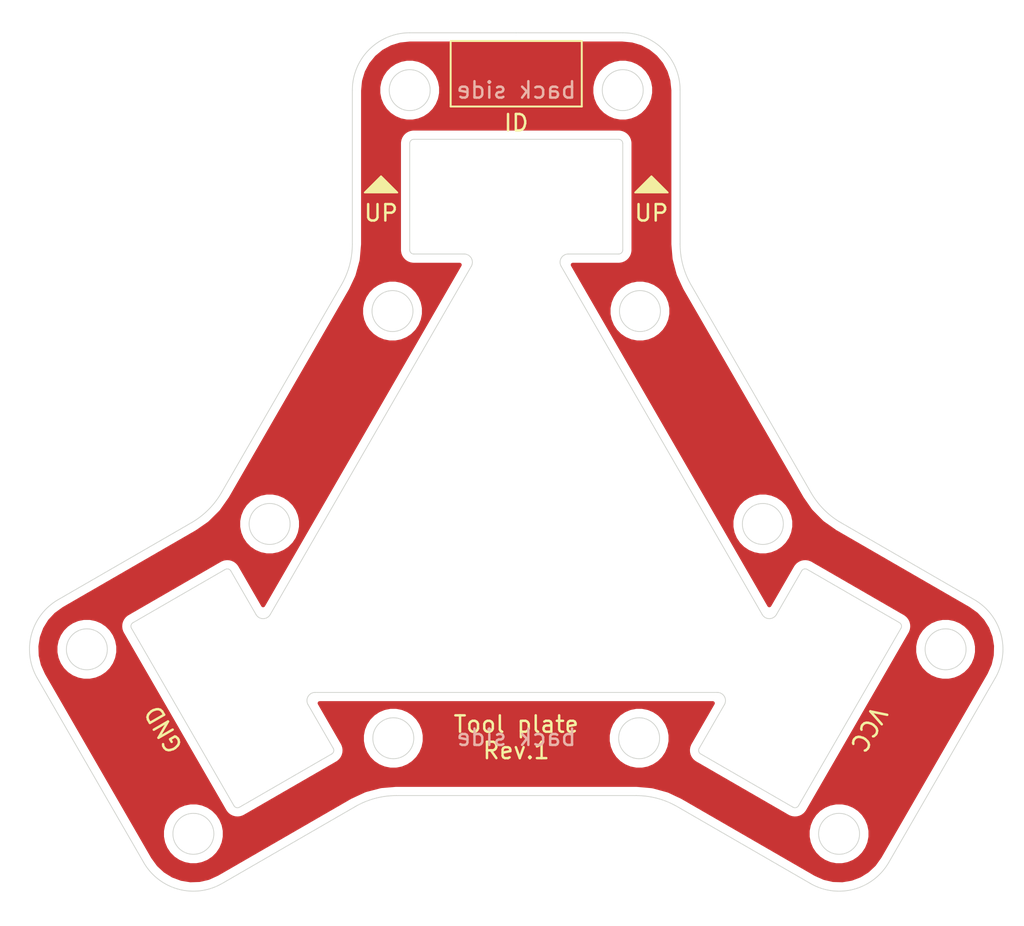
<source format=kicad_pcb>
(kicad_pcb (version 20171130) (host pcbnew 5.1.9+dfsg1-1+deb11u1)

  (general
    (thickness 1.6)
    (drawings 92)
    (tracks 0)
    (zones 0)
    (modules 0)
    (nets 1)
  )

  (page A4)
  (layers
    (0 F.Cu signal)
    (31 B.Cu signal)
    (32 B.Adhes user)
    (33 F.Adhes user)
    (34 B.Paste user)
    (35 F.Paste user)
    (36 B.SilkS user)
    (37 F.SilkS user)
    (38 B.Mask user)
    (39 F.Mask user)
    (40 Dwgs.User user)
    (41 Cmts.User user)
    (42 Eco1.User user)
    (43 Eco2.User user)
    (44 Edge.Cuts user)
    (45 Margin user)
    (46 B.CrtYd user)
    (47 F.CrtYd user)
    (48 B.Fab user)
    (49 F.Fab user)
  )

  (setup
    (last_trace_width 0.25)
    (trace_clearance 0.2)
    (zone_clearance 0.508)
    (zone_45_only no)
    (trace_min 0.2)
    (via_size 0.8)
    (via_drill 0.4)
    (via_min_size 0.4)
    (via_min_drill 0.3)
    (uvia_size 0.3)
    (uvia_drill 0.1)
    (uvias_allowed no)
    (uvia_min_size 0.2)
    (uvia_min_drill 0.1)
    (edge_width 0.05)
    (segment_width 0.2)
    (pcb_text_width 0.3)
    (pcb_text_size 1.5 1.5)
    (mod_edge_width 0.12)
    (mod_text_size 1 1)
    (mod_text_width 0.15)
    (pad_size 1.524 1.524)
    (pad_drill 0.762)
    (pad_to_mask_clearance 0)
    (aux_axis_origin 0 0)
    (visible_elements FFFFFF7F)
    (pcbplotparams
      (layerselection 0x010fc_ffffffff)
      (usegerberextensions true)
      (usegerberattributes false)
      (usegerberadvancedattributes false)
      (creategerberjobfile false)
      (excludeedgelayer true)
      (linewidth 0.100000)
      (plotframeref false)
      (viasonmask false)
      (mode 1)
      (useauxorigin false)
      (hpglpennumber 1)
      (hpglpenspeed 20)
      (hpglpendiameter 15.000000)
      (psnegative false)
      (psa4output false)
      (plotreference true)
      (plotvalue false)
      (plotinvisibletext false)
      (padsonsilk false)
      (subtractmaskfromsilk true)
      (outputformat 1)
      (mirror false)
      (drillshape 0)
      (scaleselection 1)
      (outputdirectory "gerber/"))
  )

  (net 0 "")

  (net_class Default "This is the default net class."
    (clearance 0.2)
    (trace_width 0.25)
    (via_dia 0.8)
    (via_drill 0.4)
    (uvia_dia 0.3)
    (uvia_drill 0.1)
  )

  (gr_text "back side" (at 120 100) (layer B.SilkS)
    (effects (font (size 1 1) (thickness 0.15)) (justify mirror))
  )
  (gr_text "back side" (at 120 60.5) (layer B.SilkS)
    (effects (font (size 1 1) (thickness 0.15)) (justify mirror))
  )
  (gr_line (start 116 61.5) (end 116 57.5) (layer F.SilkS) (width 0.12) (tstamp 65E12DB6))
  (gr_line (start 124 61.5) (end 116 61.5) (layer F.SilkS) (width 0.12))
  (gr_line (start 124 57.5) (end 124 61.5) (layer F.SilkS) (width 0.12))
  (gr_line (start 116 57.5) (end 124 57.5) (layer F.SilkS) (width 0.12))
  (gr_text ID (at 120 62.5) (layer F.SilkS)
    (effects (font (size 1 1) (thickness 0.15)))
  )
  (gr_poly (pts (xy 112.75 66.75) (xy 110.75 66.75) (xy 111.75 65.75)) (layer F.SilkS) (width 0.1))
  (gr_poly (pts (xy 129.25 66.75) (xy 127.25 66.75) (xy 128.25 65.75)) (layer F.SilkS) (width 0.1))
  (gr_text UP (at 128.25 68) (layer F.SilkS) (tstamp 65E12ABA)
    (effects (font (size 1 1) (thickness 0.15)))
  )
  (gr_circle (center 126.5 60.5) (end 127.75 60.5) (layer Edge.Cuts) (width 0.05))
  (gr_circle (center 127.54904 73.98131) (end 128.79904 73.98131) (layer Edge.Cuts) (width 0.05))
  (gr_circle (center 146.1997 94.6208) (end 147.4497 94.6208) (layer Edge.Cuts) (width 0.05))
  (gr_circle (center 135.049 86.9717) (end 136.299 86.9717) (layer Edge.Cuts) (width 0.05))
  (gr_circle (center 139.6997 105.8792) (end 140.9497 105.8792) (layer Edge.Cuts) (width 0.05))
  (gr_circle (center 127.5 100.046999) (end 128.75 100.046999) (layer Edge.Cuts) (width 0.05))
  (gr_circle (center 113.5 60.5) (end 114.75 60.5) (layer Edge.Cuts) (width 0.05))
  (gr_circle (center 112.45096 73.98131) (end 113.70096 73.98131) (layer Edge.Cuts) (width 0.05))
  (gr_arc (start 104.5559 92.25) (end 104.122888 92.5) (angle -120) (layer Edge.Cuts) (width 0.05))
  (gr_line (start 117.25759 71.25) (end 104.9889 92.5) (layer Edge.Cuts) (width 0.05))
  (gr_arc (start 116.82457 71) (end 117.257583 71.25) (angle -120) (layer Edge.Cuts) (width 0.05))
  (gr_line (start 113.75 70.5) (end 116.82457 70.5) (layer Edge.Cuts) (width 0.05))
  (gr_arc (start 113.75 70.25) (end 113.5 70.25) (angle -90) (layer Edge.Cuts) (width 0.05))
  (gr_line (start 113.5 63.75) (end 113.5 70.25) (layer Edge.Cuts) (width 0.05))
  (gr_arc (start 113.75 63.75) (end 113.75 63.5) (angle -90) (layer Edge.Cuts) (width 0.05))
  (gr_line (start 120 63.5) (end 113.75 63.5) (layer Edge.Cuts) (width 0.05))
  (gr_line (start 126.25 63.5) (end 120 63.5) (layer Edge.Cuts) (width 0.05))
  (gr_arc (start 126.25 63.75) (end 126.5 63.75) (angle -90) (layer Edge.Cuts) (width 0.05))
  (gr_line (start 126.5 70.25) (end 126.5 63.75) (layer Edge.Cuts) (width 0.05))
  (gr_arc (start 126.25 70.25) (end 126.25 70.5) (angle -90) (layer Edge.Cuts) (width 0.05))
  (gr_line (start 123.17543 70.5) (end 126.25 70.5) (layer Edge.Cuts) (width 0.05))
  (gr_arc (start 123.17543 71) (end 123.17543 70.5) (angle -120) (layer Edge.Cuts) (width 0.05))
  (gr_line (start 135.0111 92.5) (end 122.74241 71.25) (layer Edge.Cuts) (width 0.05))
  (gr_arc (start 135.4441 92.25) (end 135.011087 92.5) (angle -120) (layer Edge.Cuts) (width 0.05))
  (gr_line (start 135.8771 92.5) (end 137.4144 89.8373) (layer Edge.Cuts) (width 0.05))
  (gr_arc (start 137.6309 89.9623) (end 137.7559 89.745793) (angle -90) (layer Edge.Cuts) (width 0.05))
  (gr_line (start 137.7559 89.7458) (end 143.3851 92.9958) (layer Edge.Cuts) (width 0.05))
  (gr_arc (start 143.2601 93.2123) (end 143.476606 93.3373) (angle -90) (layer Edge.Cuts) (width 0.05))
  (gr_line (start 143.4766 93.3373) (end 140.3516 98.75) (layer Edge.Cuts) (width 0.05))
  (gr_line (start 140.3516 98.75) (end 137.2266 104.1627) (layer Edge.Cuts) (width 0.05))
  (gr_arc (start 137.0101 104.0377) (end 136.8851 104.254206) (angle -90) (layer Edge.Cuts) (width 0.05))
  (gr_line (start 136.8851 104.2542) (end 131.2559 101.0042) (layer Edge.Cuts) (width 0.05))
  (gr_arc (start 131.3809 100.7877) (end 131.164393 100.6627) (angle -90) (layer Edge.Cuts) (width 0.05))
  (gr_line (start 131.1644 100.6627) (end 132.7017 98) (layer Edge.Cuts) (width 0.05))
  (gr_arc (start 132.2687 97.75) (end 132.701712 98) (angle -120) (layer Edge.Cuts) (width 0.05))
  (gr_line (start 107.7313 97.25) (end 132.2687 97.25) (layer Edge.Cuts) (width 0.05))
  (gr_arc (start 107.7313 97.75) (end 107.7313 97.25) (angle -120) (layer Edge.Cuts) (width 0.05))
  (gr_line (start 107.2983 98) (end 108.8356 100.6627) (layer Edge.Cuts) (width 0.05))
  (gr_arc (start 108.6191 100.7877) (end 108.7441 101.004206) (angle -90) (layer Edge.Cuts) (width 0.05))
  (gr_line (start 108.7441 101.0042) (end 103.1149 104.2542) (layer Edge.Cuts) (width 0.05))
  (gr_arc (start 102.9899 104.0377) (end 102.773394 104.1627) (angle -90) (layer Edge.Cuts) (width 0.05))
  (gr_line (start 102.7734 104.1627) (end 99.6484 98.75) (layer Edge.Cuts) (width 0.05))
  (gr_line (start 99.6484 98.75) (end 96.5234 93.3373) (layer Edge.Cuts) (width 0.05))
  (gr_arc (start 96.7399 93.2123) (end 96.6149 92.995793) (angle -90) (layer Edge.Cuts) (width 0.05))
  (gr_line (start 96.6149 92.9958) (end 102.2441 89.7458) (layer Edge.Cuts) (width 0.05))
  (gr_arc (start 102.3691 89.9623) (end 102.585607 89.8373) (angle -90) (layer Edge.Cuts) (width 0.05))
  (gr_line (start 102.5856 89.8373) (end 104.1229 92.5) (layer Edge.Cuts) (width 0.05))
  (gr_circle (center 112.5 100.046999) (end 113.75 100.046999) (layer Edge.Cuts) (width 0.05))
  (gr_circle (center 104.951 86.9717) (end 106.201 86.9717) (layer Edge.Cuts) (width 0.05))
  (gr_circle (center 93.8003 94.6208) (end 95.0503 94.6208) (layer Edge.Cuts) (width 0.05))
  (gr_circle (center 100.3003 105.8792) (end 101.5503 105.8792) (layer Edge.Cuts) (width 0.05))
  (gr_line (start 127.32051 103.547) (end 112.67949 103.547) (layer Edge.Cuts) (width 0.05))
  (gr_arc (start 127.32051 108.547) (end 129.82051 104.216872) (angle -30) (layer Edge.Cuts) (width 0.05))
  (gr_line (start 129.82051 104.2169) (end 137.9497 108.9103) (layer Edge.Cuts) (width 0.05))
  (gr_arc (start 139.6997 105.8792) (end 137.9497 108.910288) (angle -90) (layer Edge.Cuts) (width 0.05))
  (gr_line (start 142.7308 107.6292) (end 145.9808 102) (layer Edge.Cuts) (width 0.05))
  (gr_line (start 149.2308 96.3708) (end 145.9808 102) (layer Edge.Cuts) (width 0.05))
  (gr_arc (start 146.1997 94.6208) (end 149.230788 96.3708) (angle -90) (layer Edge.Cuts) (width 0.05))
  (gr_line (start 147.9497 91.5897) (end 139.8205 86.8964) (layer Edge.Cuts) (width 0.05))
  (gr_arc (start 142.3205 82.5662) (end 137.990372 85.0662) (angle -30) (layer Edge.Cuts) (width 0.05))
  (gr_line (start 130.6699 72.38675) (end 137.9904 85.0662) (layer Edge.Cuts) (width 0.05))
  (gr_arc (start 135 69.88675) (end 130 69.886749) (angle -30) (layer Edge.Cuts) (width 0.05))
  (gr_line (start 130 69.88675) (end 130 60.5) (layer Edge.Cuts) (width 0.05))
  (gr_arc (start 126.5 60.5) (end 130 60.500001) (angle -90) (layer Edge.Cuts) (width 0.05))
  (gr_line (start 126.5 57) (end 120 57) (layer Edge.Cuts) (width 0.05))
  (gr_line (start 113.5 57) (end 120 57) (layer Edge.Cuts) (width 0.05))
  (gr_arc (start 113.5 60.5) (end 113.5 57) (angle -90) (layer Edge.Cuts) (width 0.05))
  (gr_line (start 110 69.88675) (end 110 60.5) (layer Edge.Cuts) (width 0.05))
  (gr_arc (start 105 69.88675) (end 109.330128 72.386749) (angle -30) (layer Edge.Cuts) (width 0.05))
  (gr_line (start 109.3301 72.38675) (end 102.0096 85.0662) (layer Edge.Cuts) (width 0.05))
  (gr_arc (start 97.6795 82.5662) (end 100.1795 86.896327) (angle -30) (layer Edge.Cuts) (width 0.05))
  (gr_line (start 100.1795 86.8964) (end 92.0503 91.5897) (layer Edge.Cuts) (width 0.05))
  (gr_arc (start 93.8003 94.6208) (end 92.0503 91.589711) (angle -90) (layer Edge.Cuts) (width 0.05))
  (gr_line (start 90.7692 96.3708) (end 94.0192 102) (layer Edge.Cuts) (width 0.05))
  (gr_line (start 97.2692 107.6292) (end 94.0192 102) (layer Edge.Cuts) (width 0.05))
  (gr_arc (start 100.3003 105.8792) (end 97.269212 107.6292) (angle -90) (layer Edge.Cuts) (width 0.05))
  (gr_line (start 110.17949 104.2169) (end 102.0503 108.9103) (layer Edge.Cuts) (width 0.05))
  (gr_arc (start 112.67949 108.547) (end 112.67949 103.547) (angle -30) (layer Edge.Cuts) (width 0.05))
  (gr_text "Tool plate\nRev.1" (at 120 100) (layer F.SilkS)
    (effects (font (size 1 1) (thickness 0.15)))
  )
  (gr_text VCC (at 141.5 99.5 -120) (layer F.SilkS)
    (effects (font (size 1 1) (thickness 0.15)))
  )
  (gr_text GND (at 98.5 99.5 120) (layer F.SilkS)
    (effects (font (size 1 1) (thickness 0.15)))
  )
  (gr_text UP (at 111.75 68) (layer F.SilkS)
    (effects (font (size 1 1) (thickness 0.15)))
  )

  (zone (net 0) (net_name "") (layer F.Cu) (tstamp 65E12F36) (hatch edge 0.508)
    (connect_pads (clearance 0.508))
    (min_thickness 0.254)
    (fill yes (arc_segments 32) (thermal_gap 0.508) (thermal_bridge_width 0.508))
    (polygon
      (pts
        (xy 151 111.5) (xy 88.5 111.5) (xy 88.5 55) (xy 151 55)
      )
    )
    (filled_polygon
      (pts
        (xy 127.051011 57.717192) (xy 127.581037 57.877216) (xy 128.06988 58.13714) (xy 128.49893 58.487065) (xy 128.851844 58.913665)
        (xy 129.115173 59.400681) (xy 129.278895 59.929577) (xy 129.340001 60.510969) (xy 129.34 69.919168) (xy 129.342712 69.946703)
        (xy 129.412334 70.775819) (xy 129.415606 70.794569) (xy 129.416603 70.813586) (xy 129.431622 70.888072) (xy 129.657198 71.747918)
        (xy 129.664232 71.767455) (xy 129.668974 71.787673) (xy 129.696946 71.858322) (xy 130.071179 72.664538) (xy 130.082115 72.688674)
        (xy 137.435033 85.424276) (xy 137.45019 85.445427) (xy 137.925974 86.129991) (xy 137.938184 86.144594) (xy 137.948555 86.160564)
        (xy 137.998805 86.217561) (xy 138.624082 86.849421) (xy 138.639943 86.862824) (xy 138.654158 86.877962) (xy 138.713707 86.92516)
        (xy 139.433495 87.431036) (xy 139.46243 87.45177) (xy 147.591665 92.145091) (xy 148.068291 92.486323) (xy 148.447293 92.889918)
        (xy 148.740686 93.359443) (xy 148.937292 93.877015) (xy 149.029623 94.422909) (xy 149.014165 94.976355) (xy 148.891504 95.516243)
        (xy 148.65369 96.050383) (xy 145.425437 101.641918) (xy 145.425431 101.641926) (xy 142.175416 107.271153) (xy 141.834179 107.74779)
        (xy 141.430579 108.126794) (xy 140.961053 108.420187) (xy 140.443485 108.616792) (xy 139.897591 108.709123) (xy 139.344145 108.693665)
        (xy 138.804257 108.571004) (xy 138.270112 108.333187) (xy 133.692033 105.690027) (xy 137.778993 105.690027) (xy 137.778993 106.068373)
        (xy 137.852805 106.439449) (xy 137.997592 106.788996) (xy 138.20779 107.103579) (xy 138.475321 107.37111) (xy 138.789904 107.581308)
        (xy 139.139451 107.726095) (xy 139.510527 107.799907) (xy 139.888873 107.799907) (xy 140.259949 107.726095) (xy 140.609496 107.581308)
        (xy 140.924079 107.37111) (xy 141.19161 107.103579) (xy 141.401808 106.788996) (xy 141.546595 106.439449) (xy 141.620407 106.068373)
        (xy 141.620407 105.690027) (xy 141.546595 105.318951) (xy 141.401808 104.969404) (xy 141.19161 104.654821) (xy 140.924079 104.38729)
        (xy 140.609496 104.177092) (xy 140.259949 104.032305) (xy 139.888873 103.958493) (xy 139.510527 103.958493) (xy 139.139451 104.032305)
        (xy 138.789904 104.177092) (xy 138.475321 104.38729) (xy 138.20779 104.654821) (xy 137.997592 104.969404) (xy 137.852805 105.318951)
        (xy 137.778993 105.690027) (xy 133.692033 105.690027) (xy 130.122434 103.629115) (xy 130.098952 103.618475) (xy 129.344386 103.263403)
        (xy 129.326505 103.25686) (xy 129.309543 103.248217) (xy 129.237527 103.223981) (xy 128.38009 102.989413) (xy 128.359653 102.985736)
        (xy 128.339774 102.979734) (xy 128.264604 102.968634) (xy 127.382051 102.889868) (xy 127.352929 102.887) (xy 112.647071 102.887)
        (xy 112.619535 102.889712) (xy 111.790418 102.959335) (xy 111.771667 102.962607) (xy 111.752652 102.963604) (xy 111.678166 102.978623)
        (xy 110.81832 103.204199) (xy 110.798783 103.211233) (xy 110.778565 103.215975) (xy 110.707916 103.243947) (xy 109.901791 103.618138)
        (xy 109.877565 103.629115) (xy 101.748362 108.322523) (xy 101.214514 108.564688) (xy 100.675491 108.691114) (xy 100.122175 108.710437)
        (xy 99.57564 108.621917) (xy 99.056714 108.42893) (xy 98.585152 108.138822) (xy 98.17892 107.762648) (xy 97.835244 107.289619)
        (xy 96.911726 105.690027) (xy 98.379593 105.690027) (xy 98.379593 106.068373) (xy 98.453405 106.439449) (xy 98.598192 106.788996)
        (xy 98.80839 107.103579) (xy 99.075921 107.37111) (xy 99.390504 107.581308) (xy 99.740051 107.726095) (xy 100.111127 107.799907)
        (xy 100.489473 107.799907) (xy 100.860549 107.726095) (xy 101.210096 107.581308) (xy 101.524679 107.37111) (xy 101.79221 107.103579)
        (xy 102.002408 106.788996) (xy 102.147195 106.439449) (xy 102.221007 106.068373) (xy 102.221007 105.690027) (xy 102.147195 105.318951)
        (xy 102.002408 104.969404) (xy 101.79221 104.654821) (xy 101.524679 104.38729) (xy 101.210096 104.177092) (xy 100.860549 104.032305)
        (xy 100.489473 103.958493) (xy 100.111127 103.958493) (xy 99.740051 104.032305) (xy 99.390504 104.177092) (xy 99.075921 104.38729)
        (xy 98.80839 104.654821) (xy 98.598192 104.969404) (xy 98.453405 105.318951) (xy 98.379593 105.690027) (xy 96.911726 105.690027)
        (xy 94.574568 101.641926) (xy 94.574565 101.641922) (xy 91.356969 96.068846) (xy 91.114812 95.535015) (xy 90.988386 94.99599)
        (xy 90.969063 94.442674) (xy 90.970852 94.431627) (xy 91.879593 94.431627) (xy 91.879593 94.809973) (xy 91.953405 95.181049)
        (xy 92.098192 95.530596) (xy 92.30839 95.845179) (xy 92.575921 96.11271) (xy 92.890504 96.322908) (xy 93.240051 96.467695)
        (xy 93.611127 96.541507) (xy 93.989473 96.541507) (xy 94.360549 96.467695) (xy 94.710096 96.322908) (xy 95.024679 96.11271)
        (xy 95.29221 95.845179) (xy 95.502408 95.530596) (xy 95.647195 95.181049) (xy 95.721007 94.809973) (xy 95.721007 94.431627)
        (xy 95.647195 94.060551) (xy 95.502408 93.711004) (xy 95.29221 93.396421) (xy 95.106216 93.210427) (xy 95.830537 93.210427)
        (xy 95.830795 93.219638) (xy 95.832498 93.268401) (xy 95.840411 93.327705) (xy 95.847491 93.387083) (xy 95.849532 93.396069)
        (xy 95.860673 93.443571) (xy 95.87995 93.500196) (xy 95.893157 93.540845) (xy 95.895402 93.550473) (xy 95.900403 93.56151)
        (xy 95.902185 93.565513) (xy 95.922341 93.609947) (xy 95.922378 93.61001) (xy 95.935613 93.639222) (xy 99.093031 99.108074)
        (xy 99.093037 99.108082) (xy 102.218031 104.520774) (xy 102.234243 104.543398) (xy 102.234957 104.544655) (xy 102.240322 104.552148)
        (xy 102.254257 104.571328) (xy 102.274783 104.599972) (xy 102.284475 104.60905) (xy 102.308695 104.636329) (xy 102.347803 104.681636)
        (xy 102.354521 104.687944) (xy 102.390321 104.721095) (xy 102.43798 104.75727) (xy 102.485106 104.794089) (xy 102.492919 104.798971)
        (xy 102.492922 104.798973) (xy 102.492925 104.798974) (xy 102.534477 104.824538) (xy 102.588238 104.850759) (xy 102.641626 104.877728)
        (xy 102.650241 104.881001) (xy 102.695972 104.898008) (xy 102.753812 104.913291) (xy 102.811443 104.929381) (xy 102.820529 104.930918)
        (xy 102.868693 104.938718) (xy 102.928363 104.942471) (xy 102.988015 104.947062) (xy 102.997226 104.946804) (xy 103.045988 104.945102)
        (xy 103.105247 104.937196) (xy 103.164696 104.930107) (xy 103.173682 104.928065) (xy 103.221184 104.916923) (xy 103.277817 104.897642)
        (xy 103.318431 104.884446) (xy 103.328074 104.882198) (xy 103.339288 104.877117) (xy 103.343113 104.875414) (xy 103.387547 104.855258)
        (xy 103.387601 104.855227) (xy 103.416822 104.841987) (xy 109.102174 101.559569) (xy 109.124796 101.543358) (xy 109.126055 101.542643)
        (xy 109.133548 101.537278) (xy 109.152792 101.523296) (xy 109.181372 101.502816) (xy 109.190444 101.49313) (xy 109.217729 101.468905)
        (xy 109.263036 101.429797) (xy 109.269344 101.423079) (xy 109.302495 101.387279) (xy 109.33867 101.33962) (xy 109.375489 101.292494)
        (xy 109.380372 101.284679) (xy 109.405938 101.243123) (xy 109.432159 101.189362) (xy 109.459128 101.135974) (xy 109.462401 101.127359)
        (xy 109.479408 101.081628) (xy 109.494691 101.023788) (xy 109.510781 100.966157) (xy 109.512318 100.957071) (xy 109.520118 100.908907)
        (xy 109.52387 100.849243) (xy 109.528462 100.789586) (xy 109.528204 100.780374) (xy 109.526502 100.731613) (xy 109.518597 100.672362)
        (xy 109.511507 100.612904) (xy 109.509465 100.603918) (xy 109.498323 100.556416) (xy 109.479054 100.499817) (xy 109.465845 100.459161)
        (xy 109.463598 100.449525) (xy 109.458518 100.438312) (xy 109.456814 100.434487) (xy 109.436658 100.390053) (xy 109.436629 100.390002)
        (xy 109.423387 100.360777) (xy 109.133011 99.857826) (xy 110.579293 99.857826) (xy 110.579293 100.236172) (xy 110.653105 100.607248)
        (xy 110.797892 100.956795) (xy 111.00809 101.271378) (xy 111.275621 101.538909) (xy 111.590204 101.749107) (xy 111.939751 101.893894)
        (xy 112.310827 101.967706) (xy 112.689173 101.967706) (xy 113.060249 101.893894) (xy 113.409796 101.749107) (xy 113.724379 101.538909)
        (xy 113.99191 101.271378) (xy 114.202108 100.956795) (xy 114.346895 100.607248) (xy 114.420707 100.236172) (xy 114.420707 99.857826)
        (xy 125.579293 99.857826) (xy 125.579293 100.236172) (xy 125.653105 100.607248) (xy 125.797892 100.956795) (xy 126.00809 101.271378)
        (xy 126.275621 101.538909) (xy 126.590204 101.749107) (xy 126.939751 101.893894) (xy 127.310827 101.967706) (xy 127.689173 101.967706)
        (xy 128.060249 101.893894) (xy 128.409796 101.749107) (xy 128.724379 101.538909) (xy 128.99191 101.271378) (xy 129.202108 100.956795)
        (xy 129.346895 100.607248) (xy 129.420707 100.236172) (xy 129.420707 99.857826) (xy 129.346895 99.48675) (xy 129.202108 99.137203)
        (xy 128.99191 98.82262) (xy 128.724379 98.555089) (xy 128.409796 98.344891) (xy 128.060249 98.200104) (xy 127.689173 98.126292)
        (xy 127.310827 98.126292) (xy 126.939751 98.200104) (xy 126.590204 98.344891) (xy 126.275621 98.555089) (xy 126.00809 98.82262)
        (xy 125.797892 99.137203) (xy 125.653105 99.48675) (xy 125.579293 99.857826) (xy 114.420707 99.857826) (xy 114.346895 99.48675)
        (xy 114.202108 99.137203) (xy 113.99191 98.82262) (xy 113.724379 98.555089) (xy 113.409796 98.344891) (xy 113.060249 98.200104)
        (xy 112.689173 98.126292) (xy 112.310827 98.126292) (xy 111.939751 98.200104) (xy 111.590204 98.344891) (xy 111.275621 98.555089)
        (xy 111.00809 98.82262) (xy 110.797892 99.137203) (xy 110.653105 99.48675) (xy 110.579293 99.857826) (xy 109.133011 99.857826)
        (xy 108.00844 97.91) (xy 131.99156 97.91) (xy 130.591908 100.334287) (xy 130.591562 100.334881) (xy 130.591297 100.335345)
        (xy 130.576613 100.360778) (xy 130.565138 100.386104) (xy 130.564397 100.387367) (xy 130.56059 100.395759) (xy 130.550761 100.417834)
        (xy 130.536402 100.449526) (xy 130.533394 100.462427) (xy 130.521872 100.497061) (xy 130.502183 100.553603) (xy 130.500079 100.562575)
        (xy 130.48927 100.610154) (xy 130.481774 100.669499) (xy 130.47345 100.72872) (xy 130.473129 100.73793) (xy 130.471766 100.786702)
        (xy 130.475937 100.846364) (xy 130.479277 100.906109) (xy 130.480748 100.91519) (xy 130.480749 100.915198) (xy 130.480751 100.915204)
        (xy 130.480751 100.915206) (xy 130.488888 100.963315) (xy 130.504573 101.021048) (xy 130.519452 101.078993) (xy 130.522659 101.087613)
        (xy 130.52266 101.087618) (xy 130.522662 101.087622) (xy 130.522665 101.08763) (xy 130.539991 101.133241) (xy 130.566582 101.186805)
        (xy 130.592426 101.240749) (xy 130.597255 101.248598) (xy 130.62311 101.289976) (xy 130.659603 101.337364) (xy 130.695455 101.385287)
        (xy 130.701717 101.392048) (xy 130.735118 101.427615) (xy 130.780119 101.467008) (xy 130.811861 101.49559) (xy 130.818628 101.502815)
        (xy 130.828623 101.509977) (xy 130.832021 101.512446) (xy 130.871693 101.540849) (xy 130.871749 101.540881) (xy 130.897826 101.559568)
        (xy 136.556955 104.826847) (xy 136.557282 104.827037) (xy 136.557556 104.827194) (xy 136.583177 104.841986) (xy 136.60851 104.853464)
        (xy 136.609767 104.854202) (xy 136.61816 104.858009) (xy 136.640066 104.867762) (xy 136.671925 104.882198) (xy 136.68484 104.885209)
        (xy 136.719491 104.896737) (xy 136.776003 104.916416) (xy 136.784975 104.91852) (xy 136.832553 104.929328) (xy 136.891866 104.93682)
        (xy 136.95112 104.945149) (xy 136.96033 104.94547) (xy 136.960343 104.94547) (xy 136.960348 104.945471) (xy 136.960353 104.945471)
        (xy 137.009102 104.946833) (xy 137.068752 104.942663) (xy 137.128512 104.939322) (xy 137.137594 104.93785) (xy 137.137598 104.93785)
        (xy 137.137601 104.937849) (xy 137.137608 104.937848) (xy 137.185716 104.929711) (xy 137.243426 104.914031) (xy 137.301376 104.899153)
        (xy 137.310013 104.895941) (xy 137.355625 104.878615) (xy 137.409214 104.852013) (xy 137.463165 104.826164) (xy 137.471013 104.821335)
        (xy 137.51239 104.795479) (xy 137.559795 104.758971) (xy 137.607678 104.72315) (xy 137.61444 104.716889) (xy 137.650007 104.683489)
        (xy 137.689407 104.638481) (xy 137.717979 104.60675) (xy 137.725216 104.599972) (xy 137.732507 104.589797) (xy 137.734845 104.586579)
        (xy 137.763248 104.546907) (xy 137.763277 104.546857) (xy 137.781968 104.520773) (xy 140.939387 99.051923) (xy 140.939391 99.051915)
        (xy 143.606895 94.431627) (xy 144.278993 94.431627) (xy 144.278993 94.809973) (xy 144.352805 95.181049) (xy 144.497592 95.530596)
        (xy 144.70779 95.845179) (xy 144.975321 96.11271) (xy 145.289904 96.322908) (xy 145.639451 96.467695) (xy 146.010527 96.541507)
        (xy 146.388873 96.541507) (xy 146.759949 96.467695) (xy 147.109496 96.322908) (xy 147.424079 96.11271) (xy 147.69161 95.845179)
        (xy 147.901808 95.530596) (xy 148.046595 95.181049) (xy 148.120407 94.809973) (xy 148.120407 94.431627) (xy 148.046595 94.060551)
        (xy 147.901808 93.711004) (xy 147.69161 93.396421) (xy 147.424079 93.12889) (xy 147.109496 92.918692) (xy 146.759949 92.773905)
        (xy 146.388873 92.700093) (xy 146.010527 92.700093) (xy 145.639451 92.773905) (xy 145.289904 92.918692) (xy 144.975321 93.12889)
        (xy 144.70779 93.396421) (xy 144.497592 93.711004) (xy 144.352805 94.060551) (xy 144.278993 94.431627) (xy 143.606895 94.431627)
        (xy 144.064387 93.639223) (xy 144.075867 93.613886) (xy 144.076602 93.612633) (xy 144.080409 93.60424) (xy 144.090159 93.582343)
        (xy 144.104598 93.550474) (xy 144.107608 93.537562) (xy 144.119137 93.502909) (xy 144.138816 93.446397) (xy 144.14092 93.437425)
        (xy 144.151728 93.389847) (xy 144.15922 93.330534) (xy 144.167549 93.27128) (xy 144.16787 93.26207) (xy 144.169233 93.213298)
        (xy 144.165063 93.153648) (xy 144.161722 93.093888) (xy 144.160248 93.084791) (xy 144.152111 93.036684) (xy 144.136427 92.978957)
        (xy 144.121553 92.921024) (xy 144.118341 92.912387) (xy 144.101015 92.866775) (xy 144.074413 92.813186) (xy 144.048564 92.759235)
        (xy 144.043735 92.751386) (xy 144.017879 92.71001) (xy 143.981373 92.662607) (xy 143.94555 92.614721) (xy 143.939289 92.60796)
        (xy 143.905889 92.572393) (xy 143.860863 92.532976) (xy 143.82915 92.504421) (xy 143.822372 92.497184) (xy 143.812232 92.489917)
        (xy 143.808979 92.487554) (xy 143.769307 92.459152) (xy 143.769265 92.459128) (xy 143.743174 92.440431) (xy 138.084317 89.17331)
        (xy 138.083719 89.172962) (xy 138.083252 89.172695) (xy 138.057822 89.158013) (xy 138.032496 89.146538) (xy 138.031233 89.145797)
        (xy 138.022841 89.14199) (xy 138.000766 89.132161) (xy 137.969074 89.117802) (xy 137.956173 89.114794) (xy 137.921539 89.103272)
        (xy 137.864997 89.083583) (xy 137.856025 89.081479) (xy 137.808446 89.07067) (xy 137.749101 89.063174) (xy 137.68988 89.05485)
        (xy 137.68067 89.054529) (xy 137.680657 89.054529) (xy 137.680652 89.054528) (xy 137.680647 89.054528) (xy 137.631898 89.053166)
        (xy 137.57224 89.057337) (xy 137.51249 89.060677) (xy 137.50341 89.062148) (xy 137.503402 89.062149) (xy 137.503396 89.062151)
        (xy 137.503394 89.062151) (xy 137.455285 89.070288) (xy 137.397562 89.085971) (xy 137.339606 89.100852) (xy 137.330969 89.104065)
        (xy 137.285359 89.121392) (xy 137.231785 89.147987) (xy 137.177852 89.173826) (xy 137.170003 89.178655) (xy 137.169987 89.178665)
        (xy 137.169983 89.178667) (xy 137.16998 89.17867) (xy 137.128624 89.20451) (xy 137.081236 89.241003) (xy 137.033313 89.276855)
        (xy 137.026552 89.283117) (xy 136.990985 89.316518) (xy 136.951592 89.361519) (xy 136.923015 89.393255) (xy 136.915784 89.400028)
        (xy 136.908589 89.410069) (xy 136.906153 89.413421) (xy 136.877751 89.453093) (xy 136.877723 89.453142) (xy 136.859031 89.479226)
        (xy 135.4441 91.929977) (xy 132.472219 86.782527) (xy 133.128293 86.782527) (xy 133.128293 87.160873) (xy 133.202105 87.531949)
        (xy 133.346892 87.881496) (xy 133.55709 88.196079) (xy 133.824621 88.46361) (xy 134.139204 88.673808) (xy 134.488751 88.818595)
        (xy 134.859827 88.892407) (xy 135.238173 88.892407) (xy 135.609249 88.818595) (xy 135.958796 88.673808) (xy 136.273379 88.46361)
        (xy 136.54091 88.196079) (xy 136.751108 87.881496) (xy 136.895895 87.531949) (xy 136.969707 87.160873) (xy 136.969707 86.782527)
        (xy 136.895895 86.411451) (xy 136.751108 86.061904) (xy 136.54091 85.747321) (xy 136.273379 85.47979) (xy 135.958796 85.269592)
        (xy 135.609249 85.124805) (xy 135.238173 85.050993) (xy 134.859827 85.050993) (xy 134.488751 85.124805) (xy 134.139204 85.269592)
        (xy 133.824621 85.47979) (xy 133.55709 85.747321) (xy 133.346892 86.061904) (xy 133.202105 86.411451) (xy 133.128293 86.782527)
        (xy 132.472219 86.782527) (xy 124.972215 73.792137) (xy 125.628333 73.792137) (xy 125.628333 74.170483) (xy 125.702145 74.541559)
        (xy 125.846932 74.891106) (xy 126.05713 75.205689) (xy 126.324661 75.47322) (xy 126.639244 75.683418) (xy 126.988791 75.828205)
        (xy 127.359867 75.902017) (xy 127.738213 75.902017) (xy 128.109289 75.828205) (xy 128.458836 75.683418) (xy 128.773419 75.47322)
        (xy 129.04095 75.205689) (xy 129.251148 74.891106) (xy 129.395935 74.541559) (xy 129.469747 74.170483) (xy 129.469747 73.792137)
        (xy 129.395935 73.421061) (xy 129.251148 73.071514) (xy 129.04095 72.756931) (xy 128.773419 72.4894) (xy 128.458836 72.279202)
        (xy 128.109289 72.134415) (xy 127.738213 72.060603) (xy 127.359867 72.060603) (xy 126.988791 72.134415) (xy 126.639244 72.279202)
        (xy 126.324661 72.4894) (xy 126.05713 72.756931) (xy 125.846932 73.071514) (xy 125.702145 73.421061) (xy 125.628333 73.792137)
        (xy 124.972215 73.792137) (xy 123.45255 71.16) (xy 126.282419 71.16) (xy 126.310156 71.157268) (xy 126.311562 71.157278)
        (xy 126.320733 71.156379) (xy 126.343796 71.153955) (xy 126.379383 71.15045) (xy 126.392126 71.146585) (xy 126.427862 71.139249)
        (xy 126.486612 71.128042) (xy 126.495434 71.125379) (xy 126.542044 71.110951) (xy 126.597226 71.087755) (xy 126.652663 71.065356)
        (xy 126.660799 71.06103) (xy 126.703718 71.037823) (xy 126.753319 71.004366) (xy 126.803346 70.971631) (xy 126.810487 70.965806)
        (xy 126.810499 70.965796) (xy 126.810505 70.965792) (xy 126.81051 70.965787) (xy 126.848082 70.934707) (xy 126.890233 70.892262)
        (xy 126.932989 70.850392) (xy 126.938862 70.843291) (xy 126.969699 70.80548) (xy 127.002796 70.755664) (xy 127.036587 70.706316)
        (xy 127.04097 70.698209) (xy 127.063877 70.655129) (xy 127.086675 70.599821) (xy 127.110244 70.544829) (xy 127.112969 70.536026)
        (xy 127.127071 70.489317) (xy 127.138687 70.430646) (xy 127.147557 70.388919) (xy 127.15045 70.379383) (xy 127.15174 70.36628)
        (xy 127.152089 70.36296) (xy 127.15685 70.314401) (xy 127.16 70.282419) (xy 127.16 63.717581) (xy 127.157268 63.689844)
        (xy 127.157278 63.688438) (xy 127.156379 63.679267) (xy 127.153954 63.656197) (xy 127.15045 63.620617) (xy 127.146585 63.607877)
        (xy 127.139246 63.572124) (xy 127.128042 63.513388) (xy 127.125379 63.504566) (xy 127.110951 63.457956) (xy 127.087755 63.402774)
        (xy 127.065356 63.347337) (xy 127.061029 63.3392) (xy 127.037823 63.296282) (xy 127.004374 63.246695) (xy 126.97163 63.196653)
        (xy 126.965806 63.189512) (xy 126.934706 63.151918) (xy 126.892298 63.109803) (xy 126.850392 63.067011) (xy 126.843291 63.061137)
        (xy 126.80548 63.030301) (xy 126.75568 62.997215) (xy 126.706316 62.963413) (xy 126.69821 62.95903) (xy 126.655129 62.936123)
        (xy 126.599835 62.913332) (xy 126.544828 62.889756) (xy 126.536025 62.887031) (xy 126.489317 62.872929) (xy 126.430646 62.861313)
        (xy 126.388919 62.852443) (xy 126.379383 62.84955) (xy 126.36629 62.848261) (xy 126.362961 62.847911) (xy 126.314597 62.843169)
        (xy 126.282419 62.84) (xy 113.717581 62.84) (xy 113.689844 62.842732) (xy 113.688438 62.842722) (xy 113.679267 62.843621)
        (xy 113.656197 62.846046) (xy 113.620617 62.84955) (xy 113.607877 62.853415) (xy 113.572124 62.860754) (xy 113.513388 62.871958)
        (xy 113.504566 62.874621) (xy 113.457956 62.889049) (xy 113.402774 62.912245) (xy 113.347337 62.934644) (xy 113.3392 62.938971)
        (xy 113.296282 62.962177) (xy 113.246695 62.995626) (xy 113.196653 63.02837) (xy 113.189512 63.034194) (xy 113.151918 63.065294)
        (xy 113.109803 63.107702) (xy 113.067011 63.149608) (xy 113.061137 63.156709) (xy 113.030301 63.19452) (xy 112.997215 63.24432)
        (xy 112.963413 63.293684) (xy 112.95903 63.30179) (xy 112.936123 63.344871) (xy 112.913332 63.400165) (xy 112.889756 63.455172)
        (xy 112.887031 63.463975) (xy 112.872929 63.510683) (xy 112.861313 63.569354) (xy 112.852442 63.611084) (xy 112.84955 63.620618)
        (xy 112.848262 63.633694) (xy 112.847911 63.637039) (xy 112.84315 63.685599) (xy 112.84 63.717582) (xy 112.840001 70.282419)
        (xy 112.842732 70.310147) (xy 112.842722 70.311562) (xy 112.843621 70.320733) (xy 112.846061 70.343947) (xy 112.849551 70.379383)
        (xy 112.853413 70.392115) (xy 112.860751 70.427862) (xy 112.871958 70.486612) (xy 112.874621 70.495434) (xy 112.889049 70.542044)
        (xy 112.912245 70.597226) (xy 112.934644 70.652663) (xy 112.93897 70.660799) (xy 112.962177 70.703718) (xy 112.995634 70.753319)
        (xy 113.028369 70.803346) (xy 113.034194 70.810487) (xy 113.034204 70.810499) (xy 113.034208 70.810505) (xy 113.034213 70.81051)
        (xy 113.065293 70.848082) (xy 113.107738 70.890233) (xy 113.149608 70.932989) (xy 113.156709 70.938862) (xy 113.19452 70.969699)
        (xy 113.244336 71.002796) (xy 113.293684 71.036587) (xy 113.301791 71.04097) (xy 113.301806 71.040978) (xy 113.301809 71.04098)
        (xy 113.301813 71.040981) (xy 113.344871 71.063877) (xy 113.400179 71.086675) (xy 113.455171 71.110244) (xy 113.463974 71.112969)
        (xy 113.510683 71.127071) (xy 113.569354 71.138687) (xy 113.611081 71.147557) (xy 113.620617 71.15045) (xy 113.63372 71.15174)
        (xy 113.63704 71.152089) (xy 113.685402 71.156831) (xy 113.717581 71.16) (xy 116.547449 71.16) (xy 104.555901 91.929977)
        (xy 103.156214 89.505633) (xy 103.155975 89.505216) (xy 103.155764 89.504854) (xy 103.140968 89.479226) (xy 103.124769 89.45662)
        (xy 103.124048 89.455351) (xy 103.118684 89.447858) (xy 103.104552 89.428407) (xy 103.084216 89.400028) (xy 103.074537 89.390963)
        (xy 103.050303 89.363667) (xy 103.011198 89.318363) (xy 103.00448 89.312055) (xy 102.96868 89.278904) (xy 102.921004 89.242716)
        (xy 102.873895 89.20591) (xy 102.86608 89.201027) (xy 102.866079 89.201026) (xy 102.866076 89.201025) (xy 102.824523 89.175461)
        (xy 102.77077 89.149244) (xy 102.717363 89.122266) (xy 102.708748 89.118994) (xy 102.663017 89.101987) (xy 102.605208 89.086714)
        (xy 102.547572 89.070621) (xy 102.538486 89.069084) (xy 102.490321 89.061283) (xy 102.430622 89.057527) (xy 102.370974 89.052937)
        (xy 102.361762 89.053195) (xy 102.313 89.054898) (xy 102.253705 89.06281) (xy 102.194317 89.069891) (xy 102.185331 89.071932)
        (xy 102.137829 89.083073) (xy 102.081239 89.102338) (xy 102.040551 89.115558) (xy 102.030925 89.117802) (xy 102.019858 89.122817)
        (xy 102.015887 89.124585) (xy 101.971453 89.144741) (xy 101.971389 89.144778) (xy 101.942177 89.158014) (xy 96.283232 92.425187)
        (xy 96.282816 92.425425) (xy 96.282455 92.425635) (xy 96.256826 92.440432) (xy 96.234222 92.45663) (xy 96.232951 92.457352)
        (xy 96.225458 92.462716) (xy 96.205943 92.476895) (xy 96.177628 92.497185) (xy 96.168567 92.506859) (xy 96.141267 92.531097)
        (xy 96.095963 92.570202) (xy 96.089655 92.57692) (xy 96.056504 92.61272) (xy 96.020316 92.660396) (xy 95.98351 92.707505)
        (xy 95.978627 92.71532) (xy 95.953061 92.756877) (xy 95.926844 92.81063) (xy 95.899866 92.864037) (xy 95.896594 92.872652)
        (xy 95.879587 92.918383) (xy 95.864314 92.976192) (xy 95.848221 93.033828) (xy 95.846684 93.042914) (xy 95.838883 93.091079)
        (xy 95.835127 93.150781) (xy 95.830537 93.210427) (xy 95.106216 93.210427) (xy 95.024679 93.12889) (xy 94.710096 92.918692)
        (xy 94.360549 92.773905) (xy 93.989473 92.700093) (xy 93.611127 92.700093) (xy 93.240051 92.773905) (xy 92.890504 92.918692)
        (xy 92.575921 93.12889) (xy 92.30839 93.396421) (xy 92.098192 93.711004) (xy 91.953405 94.060551) (xy 91.879593 94.431627)
        (xy 90.970852 94.431627) (xy 91.057582 93.896142) (xy 91.250569 93.377214) (xy 91.540675 92.905653) (xy 91.916852 92.499419)
        (xy 92.389874 92.155748) (xy 100.537571 87.451771) (xy 100.563476 87.433208) (xy 101.243291 86.960724) (xy 101.257897 86.948511)
        (xy 101.273863 86.938143) (xy 101.330861 86.887893) (xy 101.437336 86.782527) (xy 103.030293 86.782527) (xy 103.030293 87.160873)
        (xy 103.104105 87.531949) (xy 103.248892 87.881496) (xy 103.45909 88.196079) (xy 103.726621 88.46361) (xy 104.041204 88.673808)
        (xy 104.390751 88.818595) (xy 104.761827 88.892407) (xy 105.140173 88.892407) (xy 105.511249 88.818595) (xy 105.860796 88.673808)
        (xy 106.175379 88.46361) (xy 106.44291 88.196079) (xy 106.653108 87.881496) (xy 106.797895 87.531949) (xy 106.871707 87.160873)
        (xy 106.871707 86.782527) (xy 106.797895 86.411451) (xy 106.653108 86.061904) (xy 106.44291 85.747321) (xy 106.175379 85.47979)
        (xy 105.860796 85.269592) (xy 105.511249 85.124805) (xy 105.140173 85.050993) (xy 104.761827 85.050993) (xy 104.390751 85.124805)
        (xy 104.041204 85.269592) (xy 103.726621 85.47979) (xy 103.45909 85.747321) (xy 103.248892 86.061904) (xy 103.104105 86.411451)
        (xy 103.030293 86.782527) (xy 101.437336 86.782527) (xy 101.962721 86.262615) (xy 101.976121 86.246759) (xy 101.991261 86.232541)
        (xy 102.038459 86.172992) (xy 102.549312 85.446121) (xy 102.564966 85.424276) (xy 109.2808 73.792137) (xy 110.530253 73.792137)
        (xy 110.530253 74.170483) (xy 110.604065 74.541559) (xy 110.748852 74.891106) (xy 110.95905 75.205689) (xy 111.226581 75.47322)
        (xy 111.541164 75.683418) (xy 111.890711 75.828205) (xy 112.261787 75.902017) (xy 112.640133 75.902017) (xy 113.011209 75.828205)
        (xy 113.360756 75.683418) (xy 113.675339 75.47322) (xy 113.94287 75.205689) (xy 114.153068 74.891106) (xy 114.297855 74.541559)
        (xy 114.371667 74.170483) (xy 114.371667 73.792137) (xy 114.297855 73.421061) (xy 114.153068 73.071514) (xy 113.94287 72.756931)
        (xy 113.675339 72.4894) (xy 113.360756 72.279202) (xy 113.011209 72.134415) (xy 112.640133 72.060603) (xy 112.261787 72.060603)
        (xy 111.890711 72.134415) (xy 111.541164 72.279202) (xy 111.226581 72.4894) (xy 110.95905 72.756931) (xy 110.748852 73.071514)
        (xy 110.604065 73.421061) (xy 110.530253 73.792137) (xy 109.2808 73.792137) (xy 109.917886 72.688675) (xy 109.928581 72.66507)
        (xy 110.283596 71.910623) (xy 110.290138 71.892746) (xy 110.298782 71.875781) (xy 110.323018 71.803765) (xy 110.557586 70.94633)
        (xy 110.561264 70.925891) (xy 110.567265 70.906013) (xy 110.578365 70.830843) (xy 110.657121 69.948399) (xy 110.66 69.919169)
        (xy 110.66 60.532279) (xy 110.681713 60.310827) (xy 111.579293 60.310827) (xy 111.579293 60.689173) (xy 111.653105 61.060249)
        (xy 111.797892 61.409796) (xy 112.00809 61.724379) (xy 112.275621 61.99191) (xy 112.590204 62.202108) (xy 112.939751 62.346895)
        (xy 113.310827 62.420707) (xy 113.689173 62.420707) (xy 114.060249 62.346895) (xy 114.409796 62.202108) (xy 114.724379 61.99191)
        (xy 114.99191 61.724379) (xy 115.202108 61.409796) (xy 115.346895 61.060249) (xy 115.420707 60.689173) (xy 115.420707 60.310827)
        (xy 124.579293 60.310827) (xy 124.579293 60.689173) (xy 124.653105 61.060249) (xy 124.797892 61.409796) (xy 125.00809 61.724379)
        (xy 125.275621 61.99191) (xy 125.590204 62.202108) (xy 125.939751 62.346895) (xy 126.310827 62.420707) (xy 126.689173 62.420707)
        (xy 127.060249 62.346895) (xy 127.409796 62.202108) (xy 127.724379 61.99191) (xy 127.99191 61.724379) (xy 128.202108 61.409796)
        (xy 128.346895 61.060249) (xy 128.420707 60.689173) (xy 128.420707 60.310827) (xy 128.346895 59.939751) (xy 128.202108 59.590204)
        (xy 127.99191 59.275621) (xy 127.724379 59.00809) (xy 127.409796 58.797892) (xy 127.060249 58.653105) (xy 126.689173 58.579293)
        (xy 126.310827 58.579293) (xy 125.939751 58.653105) (xy 125.590204 58.797892) (xy 125.275621 59.00809) (xy 125.00809 59.275621)
        (xy 124.797892 59.590204) (xy 124.653105 59.939751) (xy 124.579293 60.310827) (xy 115.420707 60.310827) (xy 115.346895 59.939751)
        (xy 115.202108 59.590204) (xy 114.99191 59.275621) (xy 114.724379 59.00809) (xy 114.409796 58.797892) (xy 114.060249 58.653105)
        (xy 113.689173 58.579293) (xy 113.310827 58.579293) (xy 112.939751 58.653105) (xy 112.590204 58.797892) (xy 112.275621 59.00809)
        (xy 112.00809 59.275621) (xy 111.797892 59.590204) (xy 111.653105 59.939751) (xy 111.579293 60.310827) (xy 110.681713 60.310827)
        (xy 110.717192 59.94899) (xy 110.877216 59.418964) (xy 111.13714 58.930121) (xy 111.487065 58.501069) (xy 111.913664 58.148156)
        (xy 112.400681 57.884827) (xy 112.929578 57.721106) (xy 113.51096 57.66) (xy 126.467722 57.66)
      )
    )
  )
)

</source>
